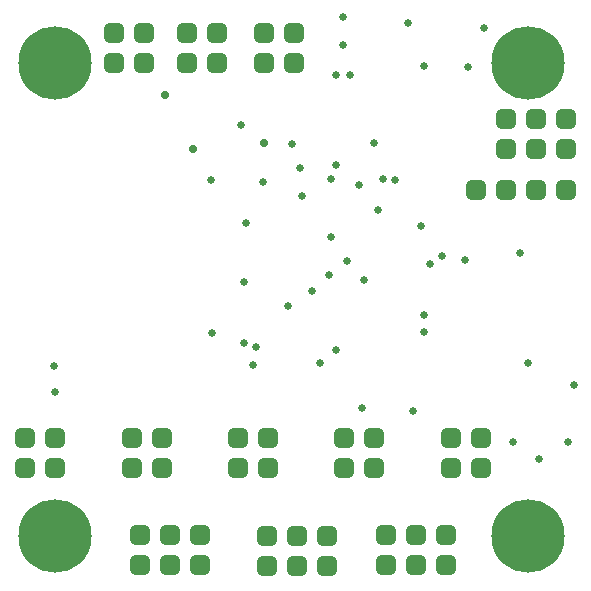
<source format=gbr>
%TF.GenerationSoftware,Altium Limited,Altium Designer,21.5.1 (32)*%
G04 Layer_Color=16711935*
%FSLAX45Y45*%
%MOMM*%
%TF.SameCoordinates,06A15EC1-A366-40CD-93CB-9F33A424241D*%
%TF.FilePolarity,Negative*%
%TF.FileFunction,Soldermask,Bot*%
%TF.Part,Single*%
G01*
G75*
%TA.AperFunction,ComponentPad*%
G04:AMPARAMS|DCode=48|XSize=1.7032mm|YSize=1.7032mm|CornerRadius=0.4766mm|HoleSize=0mm|Usage=FLASHONLY|Rotation=180.000|XOffset=0mm|YOffset=0mm|HoleType=Round|Shape=RoundedRectangle|*
%AMROUNDEDRECTD48*
21,1,1.70320,0.75000,0,0,180.0*
21,1,0.75000,1.70320,0,0,180.0*
1,1,0.95320,-0.37500,0.37500*
1,1,0.95320,0.37500,0.37500*
1,1,0.95320,0.37500,-0.37500*
1,1,0.95320,-0.37500,-0.37500*
%
%ADD48ROUNDEDRECTD48*%
G04:AMPARAMS|DCode=49|XSize=1.7032mm|YSize=1.7032mm|CornerRadius=0.4766mm|HoleSize=0mm|Usage=FLASHONLY|Rotation=270.000|XOffset=0mm|YOffset=0mm|HoleType=Round|Shape=RoundedRectangle|*
%AMROUNDEDRECTD49*
21,1,1.70320,0.75000,0,0,270.0*
21,1,0.75000,1.70320,0,0,270.0*
1,1,0.95320,-0.37500,-0.37500*
1,1,0.95320,-0.37500,0.37500*
1,1,0.95320,0.37500,0.37500*
1,1,0.95320,0.37500,-0.37500*
%
%ADD49ROUNDEDRECTD49*%
%TA.AperFunction,ViaPad*%
%ADD50C,6.20320*%
%ADD51C,0.65320*%
%ADD52C,0.70320*%
D48*
X3096000Y5804000D02*
D03*
X3350000D02*
D03*
Y5550000D02*
D03*
X3096000D02*
D03*
X3721000Y5804000D02*
D03*
X3975000D02*
D03*
Y5550000D02*
D03*
X3721000D02*
D03*
X4371000Y5804000D02*
D03*
X4625000D02*
D03*
Y5550000D02*
D03*
X4371000D02*
D03*
X6675000Y5078999D02*
D03*
X6929000D02*
D03*
Y4824999D02*
D03*
X6675000D02*
D03*
X6421000Y5078999D02*
D03*
Y4824999D02*
D03*
X5654000Y1554000D02*
D03*
X5908000D02*
D03*
Y1300000D02*
D03*
X5654000D02*
D03*
X5400000Y1554000D02*
D03*
Y1300000D02*
D03*
X4650000Y1550000D02*
D03*
X4904000D02*
D03*
Y1296000D02*
D03*
X4650000D02*
D03*
X4396000Y1550000D02*
D03*
Y1296000D02*
D03*
X3575000Y1554000D02*
D03*
X3829000D02*
D03*
Y1300000D02*
D03*
X3575000D02*
D03*
X3321000Y1554000D02*
D03*
Y1300000D02*
D03*
D49*
X5949999Y2125000D02*
D03*
Y2379000D02*
D03*
X6203999D02*
D03*
Y2125000D02*
D03*
X3249999D02*
D03*
Y2379000D02*
D03*
X3503999D02*
D03*
Y2125000D02*
D03*
X2346000D02*
D03*
Y2379000D02*
D03*
X2600000D02*
D03*
Y2125000D02*
D03*
X5049999D02*
D03*
Y2379000D02*
D03*
X5303999D02*
D03*
Y2125000D02*
D03*
X4149999D02*
D03*
Y2379000D02*
D03*
X4403999D02*
D03*
Y2125000D02*
D03*
X6929000Y4475000D02*
D03*
X6675000D02*
D03*
X6421000D02*
D03*
X6167000D02*
D03*
D50*
X2600000Y1550000D02*
D03*
X6600000D02*
D03*
X2600000Y5550000D02*
D03*
X6600000D02*
D03*
D51*
X2603500Y2768600D02*
D03*
X2590800Y2984500D02*
D03*
X5588000Y5892800D02*
D03*
X5041900Y5702300D02*
D03*
X4610100Y4864100D02*
D03*
X4978400Y4686300D02*
D03*
X4178300Y5029200D02*
D03*
X5877560Y3919220D02*
D03*
X5040000Y5940000D02*
D03*
X4220000Y4200000D02*
D03*
X3920000Y4560000D02*
D03*
X4360000Y4550000D02*
D03*
X4200000Y3180000D02*
D03*
Y3700000D02*
D03*
X5700000Y4170000D02*
D03*
X5375000Y4575000D02*
D03*
X5480000Y4560000D02*
D03*
X5332501Y4310000D02*
D03*
X4690000Y4430000D02*
D03*
X6600000Y3010000D02*
D03*
X4300000Y3150000D02*
D03*
X6990000Y2830000D02*
D03*
X6100000Y5520000D02*
D03*
X5300000Y4880000D02*
D03*
X4940000Y4080000D02*
D03*
X4920000Y3760000D02*
D03*
X6230000Y5850000D02*
D03*
X6070000Y3890000D02*
D03*
X5727100Y3272900D02*
D03*
Y3422900D02*
D03*
X6945500Y2345500D02*
D03*
X6475500D02*
D03*
X6700000Y2200000D02*
D03*
X6535000Y3945000D02*
D03*
X5630000Y2610000D02*
D03*
X3925002Y3265002D02*
D03*
X4670000Y4664998D02*
D03*
X5200000Y2630000D02*
D03*
X4975000Y5450000D02*
D03*
Y3125000D02*
D03*
X4275000Y3000000D02*
D03*
X4842285Y3014414D02*
D03*
X5215868Y3715868D02*
D03*
X5775000Y3852900D02*
D03*
X5175001Y4524999D02*
D03*
X4937901Y4575000D02*
D03*
X4775000Y3625000D02*
D03*
X5075000Y3875000D02*
D03*
X5725000Y5525000D02*
D03*
X5100000Y5450000D02*
D03*
X4575000Y3500000D02*
D03*
D52*
X4368800Y4876800D02*
D03*
X3771900Y4826000D02*
D03*
X3530000Y5280000D02*
D03*
%TF.MD5,4b16500c9507c616c3c81a10eade2505*%
M02*

</source>
